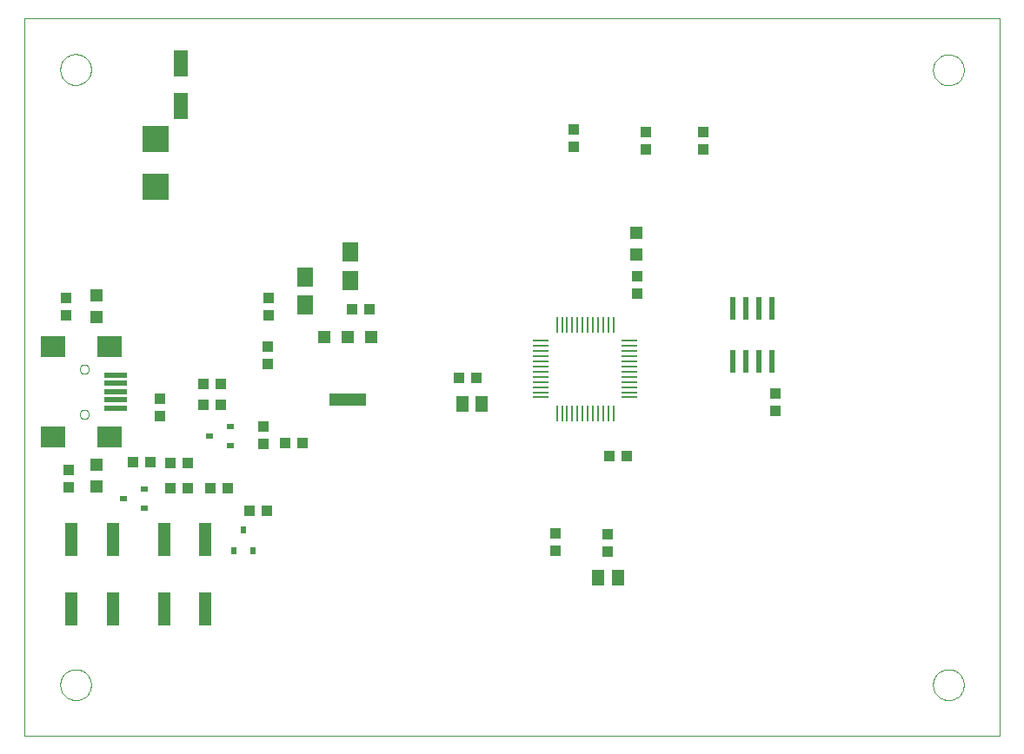
<source format=gtp>
G75*
G70*
%OFA0B0*%
%FSLAX24Y24*%
%IPPOS*%
%LPD*%
%AMOC8*
5,1,8,0,0,1.08239X$1,22.5*
%
%ADD10C,0.0000*%
%ADD11R,0.0098X0.0591*%
%ADD12R,0.0591X0.0098*%
%ADD13R,0.0236X0.0276*%
%ADD14R,0.0394X0.0433*%
%ADD15R,0.0472X0.0472*%
%ADD16R,0.0512X0.0512*%
%ADD17R,0.1417X0.0512*%
%ADD18R,0.0591X0.0768*%
%ADD19R,0.0433X0.0394*%
%ADD20R,0.0945X0.0787*%
%ADD21R,0.0909X0.0197*%
%ADD22R,0.0276X0.0236*%
%ADD23R,0.0512X0.0591*%
%ADD24R,0.1000X0.1000*%
%ADD25R,0.0472X0.1260*%
%ADD26R,0.0236X0.0866*%
%ADD27R,0.0551X0.1024*%
D10*
X000151Y000151D02*
X037553Y000151D01*
X037553Y027710D01*
X000151Y027710D01*
X000151Y000151D01*
X001529Y002120D02*
X001531Y002168D01*
X001537Y002216D01*
X001547Y002263D01*
X001560Y002309D01*
X001578Y002354D01*
X001598Y002398D01*
X001623Y002440D01*
X001651Y002479D01*
X001681Y002516D01*
X001715Y002550D01*
X001752Y002582D01*
X001790Y002611D01*
X001831Y002636D01*
X001874Y002658D01*
X001919Y002676D01*
X001965Y002690D01*
X002012Y002701D01*
X002060Y002708D01*
X002108Y002711D01*
X002156Y002710D01*
X002204Y002705D01*
X002252Y002696D01*
X002298Y002684D01*
X002343Y002667D01*
X002387Y002647D01*
X002429Y002624D01*
X002469Y002597D01*
X002507Y002567D01*
X002542Y002534D01*
X002574Y002498D01*
X002604Y002460D01*
X002630Y002419D01*
X002652Y002376D01*
X002672Y002332D01*
X002687Y002287D01*
X002699Y002240D01*
X002707Y002192D01*
X002711Y002144D01*
X002711Y002096D01*
X002707Y002048D01*
X002699Y002000D01*
X002687Y001953D01*
X002672Y001908D01*
X002652Y001864D01*
X002630Y001821D01*
X002604Y001780D01*
X002574Y001742D01*
X002542Y001706D01*
X002507Y001673D01*
X002469Y001643D01*
X002429Y001616D01*
X002387Y001593D01*
X002343Y001573D01*
X002298Y001556D01*
X002252Y001544D01*
X002204Y001535D01*
X002156Y001530D01*
X002108Y001529D01*
X002060Y001532D01*
X002012Y001539D01*
X001965Y001550D01*
X001919Y001564D01*
X001874Y001582D01*
X001831Y001604D01*
X001790Y001629D01*
X001752Y001658D01*
X001715Y001690D01*
X001681Y001724D01*
X001651Y001761D01*
X001623Y001800D01*
X001598Y001842D01*
X001578Y001886D01*
X001560Y001931D01*
X001547Y001977D01*
X001537Y002024D01*
X001531Y002072D01*
X001529Y002120D01*
X002269Y012498D02*
X002271Y012524D01*
X002277Y012550D01*
X002287Y012575D01*
X002300Y012598D01*
X002316Y012618D01*
X002336Y012636D01*
X002358Y012651D01*
X002381Y012663D01*
X002407Y012671D01*
X002433Y012675D01*
X002459Y012675D01*
X002485Y012671D01*
X002511Y012663D01*
X002535Y012651D01*
X002556Y012636D01*
X002576Y012618D01*
X002592Y012598D01*
X002605Y012575D01*
X002615Y012550D01*
X002621Y012524D01*
X002623Y012498D01*
X002621Y012472D01*
X002615Y012446D01*
X002605Y012421D01*
X002592Y012398D01*
X002576Y012378D01*
X002556Y012360D01*
X002534Y012345D01*
X002511Y012333D01*
X002485Y012325D01*
X002459Y012321D01*
X002433Y012321D01*
X002407Y012325D01*
X002381Y012333D01*
X002357Y012345D01*
X002336Y012360D01*
X002316Y012378D01*
X002300Y012398D01*
X002287Y012421D01*
X002277Y012446D01*
X002271Y012472D01*
X002269Y012498D01*
X002269Y014230D02*
X002271Y014256D01*
X002277Y014282D01*
X002287Y014307D01*
X002300Y014330D01*
X002316Y014350D01*
X002336Y014368D01*
X002358Y014383D01*
X002381Y014395D01*
X002407Y014403D01*
X002433Y014407D01*
X002459Y014407D01*
X002485Y014403D01*
X002511Y014395D01*
X002535Y014383D01*
X002556Y014368D01*
X002576Y014350D01*
X002592Y014330D01*
X002605Y014307D01*
X002615Y014282D01*
X002621Y014256D01*
X002623Y014230D01*
X002621Y014204D01*
X002615Y014178D01*
X002605Y014153D01*
X002592Y014130D01*
X002576Y014110D01*
X002556Y014092D01*
X002534Y014077D01*
X002511Y014065D01*
X002485Y014057D01*
X002459Y014053D01*
X002433Y014053D01*
X002407Y014057D01*
X002381Y014065D01*
X002357Y014077D01*
X002336Y014092D01*
X002316Y014110D01*
X002300Y014130D01*
X002287Y014153D01*
X002277Y014178D01*
X002271Y014204D01*
X002269Y014230D01*
X001529Y025726D02*
X001531Y025774D01*
X001537Y025822D01*
X001547Y025869D01*
X001560Y025915D01*
X001578Y025960D01*
X001598Y026004D01*
X001623Y026046D01*
X001651Y026085D01*
X001681Y026122D01*
X001715Y026156D01*
X001752Y026188D01*
X001790Y026217D01*
X001831Y026242D01*
X001874Y026264D01*
X001919Y026282D01*
X001965Y026296D01*
X002012Y026307D01*
X002060Y026314D01*
X002108Y026317D01*
X002156Y026316D01*
X002204Y026311D01*
X002252Y026302D01*
X002298Y026290D01*
X002343Y026273D01*
X002387Y026253D01*
X002429Y026230D01*
X002469Y026203D01*
X002507Y026173D01*
X002542Y026140D01*
X002574Y026104D01*
X002604Y026066D01*
X002630Y026025D01*
X002652Y025982D01*
X002672Y025938D01*
X002687Y025893D01*
X002699Y025846D01*
X002707Y025798D01*
X002711Y025750D01*
X002711Y025702D01*
X002707Y025654D01*
X002699Y025606D01*
X002687Y025559D01*
X002672Y025514D01*
X002652Y025470D01*
X002630Y025427D01*
X002604Y025386D01*
X002574Y025348D01*
X002542Y025312D01*
X002507Y025279D01*
X002469Y025249D01*
X002429Y025222D01*
X002387Y025199D01*
X002343Y025179D01*
X002298Y025162D01*
X002252Y025150D01*
X002204Y025141D01*
X002156Y025136D01*
X002108Y025135D01*
X002060Y025138D01*
X002012Y025145D01*
X001965Y025156D01*
X001919Y025170D01*
X001874Y025188D01*
X001831Y025210D01*
X001790Y025235D01*
X001752Y025264D01*
X001715Y025296D01*
X001681Y025330D01*
X001651Y025367D01*
X001623Y025406D01*
X001598Y025448D01*
X001578Y025492D01*
X001560Y025537D01*
X001547Y025583D01*
X001537Y025630D01*
X001531Y025678D01*
X001529Y025726D01*
X034993Y025714D02*
X034995Y025762D01*
X035001Y025810D01*
X035011Y025857D01*
X035024Y025903D01*
X035042Y025948D01*
X035062Y025992D01*
X035087Y026034D01*
X035115Y026073D01*
X035145Y026110D01*
X035179Y026144D01*
X035216Y026176D01*
X035254Y026205D01*
X035295Y026230D01*
X035338Y026252D01*
X035383Y026270D01*
X035429Y026284D01*
X035476Y026295D01*
X035524Y026302D01*
X035572Y026305D01*
X035620Y026304D01*
X035668Y026299D01*
X035716Y026290D01*
X035762Y026278D01*
X035807Y026261D01*
X035851Y026241D01*
X035893Y026218D01*
X035933Y026191D01*
X035971Y026161D01*
X036006Y026128D01*
X036038Y026092D01*
X036068Y026054D01*
X036094Y026013D01*
X036116Y025970D01*
X036136Y025926D01*
X036151Y025881D01*
X036163Y025834D01*
X036171Y025786D01*
X036175Y025738D01*
X036175Y025690D01*
X036171Y025642D01*
X036163Y025594D01*
X036151Y025547D01*
X036136Y025502D01*
X036116Y025458D01*
X036094Y025415D01*
X036068Y025374D01*
X036038Y025336D01*
X036006Y025300D01*
X035971Y025267D01*
X035933Y025237D01*
X035893Y025210D01*
X035851Y025187D01*
X035807Y025167D01*
X035762Y025150D01*
X035716Y025138D01*
X035668Y025129D01*
X035620Y025124D01*
X035572Y025123D01*
X035524Y025126D01*
X035476Y025133D01*
X035429Y025144D01*
X035383Y025158D01*
X035338Y025176D01*
X035295Y025198D01*
X035254Y025223D01*
X035216Y025252D01*
X035179Y025284D01*
X035145Y025318D01*
X035115Y025355D01*
X035087Y025394D01*
X035062Y025436D01*
X035042Y025480D01*
X035024Y025525D01*
X035011Y025571D01*
X035001Y025618D01*
X034995Y025666D01*
X034993Y025714D01*
X034993Y002120D02*
X034995Y002168D01*
X035001Y002216D01*
X035011Y002263D01*
X035024Y002309D01*
X035042Y002354D01*
X035062Y002398D01*
X035087Y002440D01*
X035115Y002479D01*
X035145Y002516D01*
X035179Y002550D01*
X035216Y002582D01*
X035254Y002611D01*
X035295Y002636D01*
X035338Y002658D01*
X035383Y002676D01*
X035429Y002690D01*
X035476Y002701D01*
X035524Y002708D01*
X035572Y002711D01*
X035620Y002710D01*
X035668Y002705D01*
X035716Y002696D01*
X035762Y002684D01*
X035807Y002667D01*
X035851Y002647D01*
X035893Y002624D01*
X035933Y002597D01*
X035971Y002567D01*
X036006Y002534D01*
X036038Y002498D01*
X036068Y002460D01*
X036094Y002419D01*
X036116Y002376D01*
X036136Y002332D01*
X036151Y002287D01*
X036163Y002240D01*
X036171Y002192D01*
X036175Y002144D01*
X036175Y002096D01*
X036171Y002048D01*
X036163Y002000D01*
X036151Y001953D01*
X036136Y001908D01*
X036116Y001864D01*
X036094Y001821D01*
X036068Y001780D01*
X036038Y001742D01*
X036006Y001706D01*
X035971Y001673D01*
X035933Y001643D01*
X035893Y001616D01*
X035851Y001593D01*
X035807Y001573D01*
X035762Y001556D01*
X035716Y001544D01*
X035668Y001535D01*
X035620Y001530D01*
X035572Y001529D01*
X035524Y001532D01*
X035476Y001539D01*
X035429Y001550D01*
X035383Y001564D01*
X035338Y001582D01*
X035295Y001604D01*
X035254Y001629D01*
X035216Y001658D01*
X035179Y001690D01*
X035145Y001724D01*
X035115Y001761D01*
X035087Y001800D01*
X035062Y001842D01*
X035042Y001886D01*
X035024Y001931D01*
X035011Y001977D01*
X035001Y002024D01*
X034995Y002072D01*
X034993Y002120D01*
D11*
X022735Y012538D03*
X022539Y012538D03*
X022342Y012538D03*
X022145Y012538D03*
X021948Y012538D03*
X021751Y012538D03*
X021554Y012538D03*
X021357Y012538D03*
X021161Y012538D03*
X020964Y012538D03*
X020767Y012538D03*
X020570Y012538D03*
X020570Y015924D03*
X020767Y015924D03*
X020964Y015924D03*
X021161Y015924D03*
X021357Y015924D03*
X021554Y015924D03*
X021751Y015924D03*
X021948Y015924D03*
X022145Y015924D03*
X022342Y015924D03*
X022539Y015924D03*
X022735Y015924D03*
D12*
X023346Y015313D03*
X023346Y015117D03*
X023346Y014920D03*
X023346Y014723D03*
X023346Y014526D03*
X023346Y014329D03*
X023346Y014132D03*
X023346Y013935D03*
X023346Y013739D03*
X023346Y013542D03*
X023346Y013345D03*
X023346Y013148D03*
X019960Y013148D03*
X019960Y013345D03*
X019960Y013542D03*
X019960Y013739D03*
X019960Y013935D03*
X019960Y014132D03*
X019960Y014329D03*
X019960Y014526D03*
X019960Y014723D03*
X019960Y014920D03*
X019960Y015117D03*
X019960Y015313D03*
D13*
X008931Y007262D03*
X008183Y007262D03*
X008557Y008050D03*
D14*
X009322Y011361D03*
X009322Y012030D03*
X009467Y014415D03*
X009467Y015084D03*
X009500Y016301D03*
X009500Y016970D03*
X005353Y013102D03*
X005353Y012432D03*
X001850Y010373D03*
X001850Y009704D03*
X001753Y016279D03*
X001753Y016948D03*
X020511Y007934D03*
X020511Y007265D03*
X022503Y007226D03*
X022503Y007895D03*
X028951Y012615D03*
X028951Y013284D03*
X023642Y017131D03*
X023642Y017800D03*
X023989Y022668D03*
X023989Y023337D03*
X026195Y023337D03*
X026195Y022668D03*
X021217Y022765D03*
X021217Y023434D03*
D15*
X023600Y019458D03*
X023600Y018631D03*
X002901Y017064D03*
X002901Y016237D03*
X002901Y010565D03*
X002901Y009738D03*
D16*
X011647Y015468D03*
X012553Y015468D03*
X013458Y015468D03*
D17*
X012553Y013066D03*
D18*
X010900Y016694D03*
X010900Y017777D03*
X012650Y017644D03*
X012650Y018727D03*
D19*
X012722Y016528D03*
X013392Y016528D03*
X016817Y013901D03*
X017486Y013901D03*
X022567Y010901D03*
X023236Y010901D03*
X010820Y011403D03*
X010151Y011403D03*
X007936Y009651D03*
X007267Y009651D03*
X006426Y009656D03*
X005757Y009656D03*
X005757Y010645D03*
X006426Y010645D03*
X004976Y010656D03*
X004307Y010656D03*
X007018Y012867D03*
X007687Y012867D03*
X007687Y013667D03*
X007018Y013667D03*
X008768Y008807D03*
X009437Y008807D03*
D20*
X003431Y011631D03*
X001265Y011631D03*
X001265Y015096D03*
X003431Y015096D03*
D21*
X003653Y013994D03*
X003653Y013679D03*
X003653Y013364D03*
X003653Y013049D03*
X003653Y012734D03*
D22*
X007259Y011667D03*
X008046Y012041D03*
X008046Y011293D03*
X004735Y009627D03*
X003948Y009253D03*
X004735Y008879D03*
D23*
X016943Y012900D03*
X017691Y012900D03*
X022161Y006212D03*
X022909Y006212D03*
D24*
X005185Y021228D03*
X005185Y023078D03*
D25*
X005501Y007691D03*
X007076Y007691D03*
X003540Y007690D03*
X001965Y007690D03*
X001965Y005013D03*
X003540Y005013D03*
X005501Y005014D03*
X007076Y005014D03*
D26*
X027301Y014529D03*
X027801Y014529D03*
X028301Y014529D03*
X028801Y014529D03*
X028801Y016576D03*
X028301Y016576D03*
X027801Y016576D03*
X027301Y016576D03*
D27*
X006151Y024344D03*
X006151Y025958D03*
M02*

</source>
